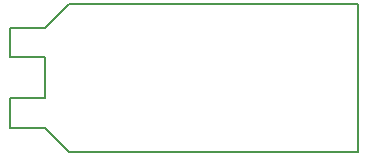
<source format=gm1>
G04*
G04 #@! TF.GenerationSoftware,Altium Limited,Altium Designer,22.9.1 (49)*
G04*
G04 Layer_Color=16711935*
%FSLAX25Y25*%
%MOIN*%
G70*
G04*
G04 #@! TF.SameCoordinates,D6CDF33A-5527-4A7C-ACAA-F1F7B6BCBC96*
G04*
G04*
G04 #@! TF.FilePolarity,Positive*
G04*
G01*
G75*
%ADD23C,0.00500*%
D23*
X39370Y37402D02*
Y47244D01*
X51181D01*
Y61024D01*
X39370D02*
X51181D01*
X39370D02*
Y70866D01*
X51181D01*
X59055Y78740D01*
X155512D01*
Y29528D02*
Y78740D01*
X59055Y29528D02*
X155512D01*
X51181Y37402D02*
X59055Y29528D01*
X39370Y37402D02*
X51181D01*
M02*

</source>
